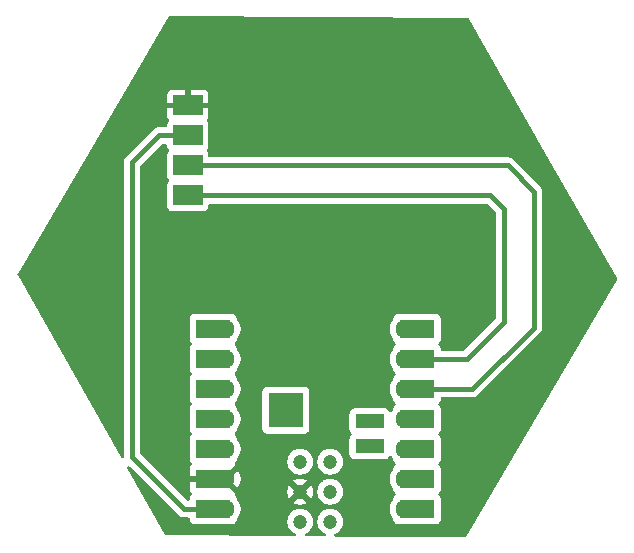
<source format=gbr>
%TF.GenerationSoftware,KiCad,Pcbnew,9.0.0*%
%TF.CreationDate,2025-03-16T14:06:53+01:00*%
%TF.ProjectId,LCD_Display_board,4c43445f-4469-4737-906c-61795f626f61,rev?*%
%TF.SameCoordinates,Original*%
%TF.FileFunction,Copper,L1,Top*%
%TF.FilePolarity,Positive*%
%FSLAX46Y46*%
G04 Gerber Fmt 4.6, Leading zero omitted, Abs format (unit mm)*
G04 Created by KiCad (PCBNEW 9.0.0) date 2025-03-16 14:06:53*
%MOMM*%
%LPD*%
G01*
G04 APERTURE LIST*
%TA.AperFunction,ComponentPad*%
%ADD10C,1.600000*%
%TD*%
%TA.AperFunction,SMDPad,CuDef*%
%ADD11R,3.000000X1.600000*%
%TD*%
%TA.AperFunction,SMDPad,CuDef*%
%ADD12R,2.400000X1.200000*%
%TD*%
%TA.AperFunction,SMDPad,CuDef*%
%ADD13C,1.200000*%
%TD*%
%TA.AperFunction,SMDPad,CuDef*%
%ADD14R,3.000000X3.000000*%
%TD*%
%TA.AperFunction,SMDPad,CuDef*%
%ADD15R,2.500000X1.700000*%
%TD*%
%TA.AperFunction,Conductor*%
%ADD16C,0.400000*%
%TD*%
G04 APERTURE END LIST*
D10*
%TO.P,M1,1,D0*%
%TO.N,unconnected-(M1-D0-Pad1)*%
X153615000Y-130370000D03*
D11*
%TO.N,unconnected-(M1-D0-Pad1)_1*%
X154615000Y-130370000D03*
D10*
%TO.P,M1,2,D1*%
%TO.N,unconnected-(M1-D1-Pad2)*%
X153615000Y-127830000D03*
D11*
%TO.N,unconnected-(M1-D1-Pad2)_1*%
X154615000Y-127830000D03*
D10*
%TO.P,M1,3,D2*%
%TO.N,unconnected-(M1-D2-Pad3)*%
X153615000Y-125290000D03*
D11*
%TO.N,unconnected-(M1-D2-Pad3)_1*%
X154615000Y-125290000D03*
D10*
%TO.P,M1,4,D3*%
%TO.N,unconnected-(M1-D3-Pad4)_1*%
X153615000Y-122750000D03*
D11*
%TO.N,unconnected-(M1-D3-Pad4)*%
X154615000Y-122750000D03*
D10*
%TO.P,M1,5,D4*%
%TO.N,/D4*%
X153615000Y-120210000D03*
D11*
X154615000Y-120210000D03*
D10*
%TO.P,M1,6,D5*%
%TO.N,/D5*%
X153615000Y-117670000D03*
D11*
X154615000Y-117670000D03*
D10*
%TO.P,M1,7,D6*%
%TO.N,unconnected-(M1-D6-Pad7)_1*%
X153615000Y-115130000D03*
D11*
%TO.N,unconnected-(M1-D6-Pad7)*%
X154615000Y-115130000D03*
D10*
%TO.P,M1,8,D7*%
%TO.N,unconnected-(M1-D7-Pad8)_1*%
X138380000Y-115130000D03*
D11*
%TO.N,unconnected-(M1-D7-Pad8)*%
X137380000Y-115130000D03*
D10*
%TO.P,M1,9,D8*%
%TO.N,unconnected-(M1-D8-Pad9)*%
X138380000Y-117670000D03*
D11*
%TO.N,unconnected-(M1-D8-Pad9)_1*%
X137380000Y-117670000D03*
D10*
%TO.P,M1,10,D9*%
%TO.N,unconnected-(M1-D9-Pad10)*%
X138380000Y-120210000D03*
D11*
%TO.N,unconnected-(M1-D9-Pad10)_1*%
X137380000Y-120210000D03*
D10*
%TO.P,M1,11,D10*%
%TO.N,unconnected-(M1-D10-Pad11)*%
X138380000Y-122750000D03*
D11*
%TO.N,unconnected-(M1-D10-Pad11)_1*%
X137380000Y-122750000D03*
D10*
%TO.P,M1,12,3V3*%
%TO.N,unconnected-(M1-3V3-Pad12)*%
X138380000Y-125290000D03*
D11*
%TO.N,unconnected-(M1-3V3-Pad12)_1*%
X137380000Y-125290000D03*
D10*
%TO.P,M1,13,GND*%
%TO.N,GND*%
X138380000Y-127830000D03*
D11*
X137380000Y-127830000D03*
D10*
%TO.P,M1,14,5V*%
%TO.N,+5V*%
X138380000Y-130370000D03*
D11*
X137380000Y-130370000D03*
D12*
%TO.P,M1,15,BAT_GND*%
%TO.N,unconnected-(M1-BAT_GND-Pad15)*%
X150600000Y-125050000D03*
%TO.P,M1,16,BAT_VIN*%
%TO.N,unconnected-(M1-BAT_VIN-Pad16)*%
X150600000Y-122950000D03*
D13*
%TO.P,M1,17,MTDI*%
%TO.N,unconnected-(M1-MTDI-Pad17)*%
X147270000Y-131430000D03*
%TO.P,M1,18,EN*%
%TO.N,unconnected-(M1-EN-Pad18)*%
X147270000Y-128890000D03*
%TO.P,M1,19,MTMS*%
%TO.N,unconnected-(M1-MTMS-Pad19)*%
X147270000Y-126350000D03*
%TO.P,M1,20,MTCK*%
%TO.N,unconnected-(M1-MTCK-Pad20)*%
X144730000Y-126350000D03*
%TO.P,M1,21,GND*%
%TO.N,GND*%
X144730000Y-128890000D03*
%TO.P,M1,22,MTDO*%
%TO.N,unconnected-(M1-MTDO-Pad22)*%
X144730000Y-131430000D03*
D14*
%TO.P,M1,23,THERMAL*%
%TO.N,unconnected-(M1-THERMAL-Pad23)*%
X143500000Y-122000000D03*
%TD*%
D15*
%TO.P,J1,1,Pin_1*%
%TO.N,GND*%
X135200000Y-96200000D03*
%TO.P,J1,2,Pin_2*%
%TO.N,+5V*%
X135200000Y-98740000D03*
%TO.P,J1,3,Pin_3*%
%TO.N,/D4*%
X135200000Y-101280000D03*
%TO.P,J1,4,Pin_4*%
%TO.N,/D5*%
X135200000Y-103820000D03*
%TD*%
D16*
%TO.N,/D5*%
X135200000Y-103820000D02*
X160820000Y-103820000D01*
X162000000Y-114500000D02*
X158830000Y-117670000D01*
X158830000Y-117670000D02*
X153615000Y-117670000D01*
X162000000Y-114500000D02*
X162000000Y-105000000D01*
X162000000Y-105000000D02*
X160820000Y-103820000D01*
%TO.N,/D4*%
X164500000Y-115000000D02*
X159290000Y-120210000D01*
X159290000Y-120210000D02*
X153615000Y-120210000D01*
X164500000Y-103500000D02*
X164500000Y-115000000D01*
X162280000Y-101280000D02*
X164500000Y-103500000D01*
X135200000Y-101280000D02*
X162280000Y-101280000D01*
%TO.N,+5V*%
X134870000Y-130370000D02*
X130500000Y-126000000D01*
X130500000Y-101000000D02*
X132760000Y-98740000D01*
X130500000Y-126000000D02*
X130500000Y-101000000D01*
X132760000Y-98740000D02*
X135200000Y-98740000D01*
X138380000Y-130370000D02*
X134870000Y-130370000D01*
%TD*%
%TA.AperFunction,Conductor*%
%TO.N,GND*%
G36*
X158952126Y-88790552D02*
G01*
X159019016Y-88810728D01*
X159059050Y-88853336D01*
X165492549Y-100187669D01*
X171524469Y-110814514D01*
X171540443Y-110882533D01*
X171523560Y-110938511D01*
X158737332Y-132714470D01*
X158686412Y-132762313D01*
X158629492Y-132775681D01*
X147718016Y-132695646D01*
X147651123Y-132675470D01*
X147605757Y-132622332D01*
X147596321Y-132553102D01*
X147625811Y-132489761D01*
X147680608Y-132453718D01*
X147692445Y-132449873D01*
X147846788Y-132371232D01*
X147986928Y-132269414D01*
X148109414Y-132146928D01*
X148211232Y-132006788D01*
X148289873Y-131852445D01*
X148343402Y-131687701D01*
X148370500Y-131516611D01*
X148370500Y-131343389D01*
X148343402Y-131172299D01*
X148289873Y-131007555D01*
X148211232Y-130853212D01*
X148109414Y-130713072D01*
X147986928Y-130590586D01*
X147846788Y-130488768D01*
X147692445Y-130410127D01*
X147527701Y-130356598D01*
X147527699Y-130356597D01*
X147527698Y-130356597D01*
X147396271Y-130335781D01*
X147356611Y-130329500D01*
X147183389Y-130329500D01*
X147143728Y-130335781D01*
X147012302Y-130356597D01*
X146847552Y-130410128D01*
X146693211Y-130488768D01*
X146613256Y-130546859D01*
X146553072Y-130590586D01*
X146553070Y-130590588D01*
X146553069Y-130590588D01*
X146430588Y-130713069D01*
X146430588Y-130713070D01*
X146430586Y-130713072D01*
X146386859Y-130773256D01*
X146328768Y-130853211D01*
X146250128Y-131007552D01*
X146196597Y-131172302D01*
X146169500Y-131343389D01*
X146169500Y-131516610D01*
X146193873Y-131670500D01*
X146196598Y-131687701D01*
X146250127Y-131852445D01*
X146328768Y-132006788D01*
X146430586Y-132146928D01*
X146553072Y-132269414D01*
X146693212Y-132371232D01*
X146819389Y-132435522D01*
X146847553Y-132449872D01*
X146848707Y-132450350D01*
X146849078Y-132450649D01*
X146851896Y-132452085D01*
X146851594Y-132452676D01*
X146903117Y-132494183D01*
X146925192Y-132560473D01*
X146907923Y-132628175D01*
X146856793Y-132675794D01*
X146800362Y-132688915D01*
X145221606Y-132677335D01*
X145154713Y-132657159D01*
X145109347Y-132604021D01*
X145099911Y-132534791D01*
X145129401Y-132471450D01*
X145166220Y-132442853D01*
X145306788Y-132371232D01*
X145446928Y-132269414D01*
X145569414Y-132146928D01*
X145671232Y-132006788D01*
X145749873Y-131852445D01*
X145803402Y-131687701D01*
X145830500Y-131516611D01*
X145830500Y-131343389D01*
X145803402Y-131172299D01*
X145749873Y-131007555D01*
X145671232Y-130853212D01*
X145569414Y-130713072D01*
X145446928Y-130590586D01*
X145306788Y-130488768D01*
X145152445Y-130410127D01*
X144987701Y-130356598D01*
X144987699Y-130356597D01*
X144987698Y-130356597D01*
X144856271Y-130335781D01*
X144816611Y-130329500D01*
X144643389Y-130329500D01*
X144603728Y-130335781D01*
X144472302Y-130356597D01*
X144307552Y-130410128D01*
X144153211Y-130488768D01*
X144073256Y-130546859D01*
X144013072Y-130590586D01*
X144013070Y-130590588D01*
X144013069Y-130590588D01*
X143890588Y-130713069D01*
X143890588Y-130713070D01*
X143890586Y-130713072D01*
X143846859Y-130773256D01*
X143788768Y-130853211D01*
X143710128Y-131007552D01*
X143656597Y-131172302D01*
X143629500Y-131343389D01*
X143629500Y-131516610D01*
X143653873Y-131670500D01*
X143656598Y-131687701D01*
X143710127Y-131852445D01*
X143788768Y-132006788D01*
X143890586Y-132146928D01*
X144013072Y-132269414D01*
X144118177Y-132345777D01*
X144153213Y-132371233D01*
X144279389Y-132435522D01*
X144330186Y-132483496D01*
X144346981Y-132551317D01*
X144324444Y-132617452D01*
X144269729Y-132660904D01*
X144222185Y-132670004D01*
X133377845Y-132590462D01*
X133310952Y-132570286D01*
X133270918Y-132527678D01*
X130091878Y-126926948D01*
X130075905Y-126858930D01*
X130099241Y-126793072D01*
X130154477Y-126750285D01*
X130224078Y-126744154D01*
X130285944Y-126776625D01*
X130287399Y-126778057D01*
X134423454Y-130914112D01*
X134538190Y-130990776D01*
X134636790Y-131031617D01*
X134665671Y-131043580D01*
X134665672Y-131043580D01*
X134665677Y-131043582D01*
X134692545Y-131048925D01*
X134692551Y-131048926D01*
X134692591Y-131048934D01*
X134782937Y-131066905D01*
X134801006Y-131070500D01*
X134801007Y-131070500D01*
X135255501Y-131070500D01*
X135322540Y-131090185D01*
X135368295Y-131142989D01*
X135379501Y-131194500D01*
X135379501Y-131217876D01*
X135385908Y-131277483D01*
X135436202Y-131412328D01*
X135436206Y-131412335D01*
X135522452Y-131527544D01*
X135522455Y-131527547D01*
X135637664Y-131613793D01*
X135637671Y-131613797D01*
X135772517Y-131664091D01*
X135772516Y-131664091D01*
X135779444Y-131664835D01*
X135832127Y-131670500D01*
X138277643Y-131670499D01*
X138277648Y-131670500D01*
X138482352Y-131670500D01*
X138482357Y-131670499D01*
X138927872Y-131670499D01*
X138987483Y-131664091D01*
X139122331Y-131613796D01*
X139237546Y-131527546D01*
X139323796Y-131412331D01*
X139374091Y-131277483D01*
X139378530Y-131236191D01*
X139401499Y-131176567D01*
X139492287Y-131051610D01*
X139585220Y-130869219D01*
X139648477Y-130674534D01*
X139680500Y-130472352D01*
X139680500Y-130267648D01*
X139648477Y-130065466D01*
X139585220Y-129870781D01*
X139585217Y-129870777D01*
X139585217Y-129870774D01*
X139567155Y-129835326D01*
X139567154Y-129835325D01*
X139564849Y-129830801D01*
X139562550Y-129826289D01*
X144147261Y-129826289D01*
X144147262Y-129826290D01*
X144153471Y-129830801D01*
X144307742Y-129909408D01*
X144472415Y-129962914D01*
X144643429Y-129990000D01*
X144816571Y-129990000D01*
X144987584Y-129962914D01*
X145152257Y-129909408D01*
X145306525Y-129830803D01*
X145312736Y-129826289D01*
X145312737Y-129826289D01*
X144730001Y-129243553D01*
X144730000Y-129243553D01*
X144147261Y-129826289D01*
X139562550Y-129826289D01*
X139492287Y-129688390D01*
X139401499Y-129563429D01*
X139378528Y-129503797D01*
X139375189Y-129472736D01*
X139374091Y-129462517D01*
X139323796Y-129327669D01*
X139323795Y-129327668D01*
X139323793Y-129327664D01*
X139237547Y-129212455D01*
X139237546Y-129212454D01*
X139219512Y-129198954D01*
X139177640Y-129143021D01*
X139172656Y-129073329D01*
X139206141Y-129012006D01*
X139206445Y-129011741D01*
X139206562Y-129010115D01*
X138999875Y-128803428D01*
X143630000Y-128803428D01*
X143630000Y-128976571D01*
X143657085Y-129147584D01*
X143710592Y-129312259D01*
X143789196Y-129466525D01*
X143793709Y-129472736D01*
X143793709Y-129472737D01*
X144376446Y-128890001D01*
X144376446Y-128889999D01*
X145083553Y-128889999D01*
X145083553Y-128890001D01*
X145666289Y-129472737D01*
X145666289Y-129472736D01*
X145670803Y-129466525D01*
X145749408Y-129312257D01*
X145802914Y-129147584D01*
X145830000Y-128976571D01*
X145830000Y-128803428D01*
X145829994Y-128803389D01*
X146169500Y-128803389D01*
X146169500Y-128976610D01*
X146195856Y-129143021D01*
X146196598Y-129147701D01*
X146250127Y-129312445D01*
X146328768Y-129466788D01*
X146430586Y-129606928D01*
X146553072Y-129729414D01*
X146693212Y-129831232D01*
X146847555Y-129909873D01*
X147012299Y-129963402D01*
X147183389Y-129990500D01*
X147183390Y-129990500D01*
X147356610Y-129990500D01*
X147356611Y-129990500D01*
X147527701Y-129963402D01*
X147692445Y-129909873D01*
X147846788Y-129831232D01*
X147986928Y-129729414D01*
X148109414Y-129606928D01*
X148211232Y-129466788D01*
X148289873Y-129312445D01*
X148343402Y-129147701D01*
X148370500Y-128976611D01*
X148370500Y-128803389D01*
X148343402Y-128632299D01*
X148289873Y-128467555D01*
X148211232Y-128313212D01*
X148109414Y-128173072D01*
X147986928Y-128050586D01*
X147846788Y-127948768D01*
X147692445Y-127870127D01*
X147527701Y-127816598D01*
X147527699Y-127816597D01*
X147527698Y-127816597D01*
X147396271Y-127795781D01*
X147356611Y-127789500D01*
X147183389Y-127789500D01*
X147143728Y-127795781D01*
X147012302Y-127816597D01*
X146847552Y-127870128D01*
X146693211Y-127948768D01*
X146644177Y-127984394D01*
X146553072Y-128050586D01*
X146553070Y-128050588D01*
X146553069Y-128050588D01*
X146430588Y-128173069D01*
X146430588Y-128173070D01*
X146430586Y-128173072D01*
X146409030Y-128202741D01*
X146328768Y-128313211D01*
X146250128Y-128467552D01*
X146196597Y-128632302D01*
X146169500Y-128803389D01*
X145829994Y-128803389D01*
X145802914Y-128632415D01*
X145749408Y-128467742D01*
X145670801Y-128313471D01*
X145666290Y-128307262D01*
X145666289Y-128307261D01*
X145083553Y-128889999D01*
X144376446Y-128889999D01*
X143793709Y-128307261D01*
X143793708Y-128307261D01*
X143789203Y-128313463D01*
X143789193Y-128313480D01*
X143710592Y-128467740D01*
X143657085Y-128632415D01*
X143630000Y-128803428D01*
X138999875Y-128803428D01*
X138426447Y-128230000D01*
X138432661Y-128230000D01*
X138534394Y-128202741D01*
X138625606Y-128150080D01*
X138700080Y-128075606D01*
X138752741Y-127984394D01*
X138780000Y-127882661D01*
X138780000Y-127876447D01*
X139459474Y-128555921D01*
X139491859Y-128511349D01*
X139584755Y-128329031D01*
X139647990Y-128134417D01*
X139672199Y-127981568D01*
X139672199Y-127981567D01*
X139676612Y-127953708D01*
X144147261Y-127953708D01*
X144147261Y-127953709D01*
X144730000Y-128536446D01*
X144730001Y-128536446D01*
X145312737Y-127953709D01*
X145306525Y-127949196D01*
X145152259Y-127870592D01*
X144987584Y-127817085D01*
X144816571Y-127790000D01*
X144643429Y-127790000D01*
X144472415Y-127817085D01*
X144307740Y-127870592D01*
X144153480Y-127949193D01*
X144153463Y-127949203D01*
X144147261Y-127953708D01*
X139676612Y-127953708D01*
X139680000Y-127932316D01*
X139680000Y-127727682D01*
X139647990Y-127525582D01*
X139584755Y-127330968D01*
X139491859Y-127148650D01*
X139459474Y-127104077D01*
X139459474Y-127104076D01*
X138780000Y-127783551D01*
X138780000Y-127777339D01*
X138752741Y-127675606D01*
X138700080Y-127584394D01*
X138625606Y-127509920D01*
X138534394Y-127457259D01*
X138432661Y-127430000D01*
X138426446Y-127430000D01*
X139206562Y-126649884D01*
X139205961Y-126641475D01*
X139177641Y-126603643D01*
X139172657Y-126533951D01*
X139206143Y-126472629D01*
X139219496Y-126461057D01*
X139237546Y-126447546D01*
X139323796Y-126332331D01*
X139349510Y-126263389D01*
X143629500Y-126263389D01*
X143629500Y-126436610D01*
X143653873Y-126590500D01*
X143656598Y-126607701D01*
X143710127Y-126772445D01*
X143788768Y-126926788D01*
X143890586Y-127066928D01*
X144013072Y-127189414D01*
X144153212Y-127291232D01*
X144307555Y-127369873D01*
X144472299Y-127423402D01*
X144643389Y-127450500D01*
X144643390Y-127450500D01*
X144816610Y-127450500D01*
X144816611Y-127450500D01*
X144987701Y-127423402D01*
X145152445Y-127369873D01*
X145306788Y-127291232D01*
X145446928Y-127189414D01*
X145569414Y-127066928D01*
X145671232Y-126926788D01*
X145749873Y-126772445D01*
X145803402Y-126607701D01*
X145830500Y-126436611D01*
X145830500Y-126263389D01*
X146169500Y-126263389D01*
X146169500Y-126436610D01*
X146193873Y-126590500D01*
X146196598Y-126607701D01*
X146250127Y-126772445D01*
X146328768Y-126926788D01*
X146430586Y-127066928D01*
X146553072Y-127189414D01*
X146693212Y-127291232D01*
X146847555Y-127369873D01*
X147012299Y-127423402D01*
X147183389Y-127450500D01*
X147183390Y-127450500D01*
X147356610Y-127450500D01*
X147356611Y-127450500D01*
X147527701Y-127423402D01*
X147692445Y-127369873D01*
X147846788Y-127291232D01*
X147986928Y-127189414D01*
X148109414Y-127066928D01*
X148211232Y-126926788D01*
X148289873Y-126772445D01*
X148343402Y-126607701D01*
X148370500Y-126436611D01*
X148370500Y-126263389D01*
X148343402Y-126092299D01*
X148289873Y-125927555D01*
X148211232Y-125773212D01*
X148109414Y-125633072D01*
X147986928Y-125510586D01*
X147846788Y-125408768D01*
X147692445Y-125330127D01*
X147527701Y-125276598D01*
X147527699Y-125276597D01*
X147527698Y-125276597D01*
X147396271Y-125255781D01*
X147356611Y-125249500D01*
X147183389Y-125249500D01*
X147143728Y-125255781D01*
X147012302Y-125276597D01*
X146847552Y-125330128D01*
X146693211Y-125408768D01*
X146613256Y-125466859D01*
X146553072Y-125510586D01*
X146553070Y-125510588D01*
X146553069Y-125510588D01*
X146430588Y-125633069D01*
X146430588Y-125633070D01*
X146430586Y-125633072D01*
X146392975Y-125684839D01*
X146328768Y-125773211D01*
X146250128Y-125927552D01*
X146196597Y-126092302D01*
X146169500Y-126263389D01*
X145830500Y-126263389D01*
X145803402Y-126092299D01*
X145749873Y-125927555D01*
X145671232Y-125773212D01*
X145569414Y-125633072D01*
X145446928Y-125510586D01*
X145306788Y-125408768D01*
X145152445Y-125330127D01*
X144987701Y-125276598D01*
X144987699Y-125276597D01*
X144987698Y-125276597D01*
X144856271Y-125255781D01*
X144816611Y-125249500D01*
X144643389Y-125249500D01*
X144603728Y-125255781D01*
X144472302Y-125276597D01*
X144307552Y-125330128D01*
X144153211Y-125408768D01*
X144073256Y-125466859D01*
X144013072Y-125510586D01*
X144013070Y-125510588D01*
X144013069Y-125510588D01*
X143890588Y-125633069D01*
X143890588Y-125633070D01*
X143890586Y-125633072D01*
X143852975Y-125684839D01*
X143788768Y-125773211D01*
X143710128Y-125927552D01*
X143656597Y-126092302D01*
X143629500Y-126263389D01*
X139349510Y-126263389D01*
X139374091Y-126197483D01*
X139379153Y-126150399D01*
X139380316Y-126144693D01*
X139390043Y-126126305D01*
X139401499Y-126096567D01*
X139492287Y-125971610D01*
X139585220Y-125789219D01*
X139648477Y-125594534D01*
X139680500Y-125392352D01*
X139680500Y-125187648D01*
X139648477Y-124985466D01*
X139585220Y-124790781D01*
X139585218Y-124790778D01*
X139585218Y-124790776D01*
X139537077Y-124696296D01*
X139492287Y-124608390D01*
X139401499Y-124483429D01*
X139378528Y-124423797D01*
X139376198Y-124402123D01*
X139374091Y-124382517D01*
X139323796Y-124247669D01*
X139323795Y-124247668D01*
X139323793Y-124247664D01*
X139237547Y-124132455D01*
X139237546Y-124132454D01*
X139219930Y-124119267D01*
X139178058Y-124063334D01*
X139173074Y-123993642D01*
X139206558Y-123932319D01*
X139219930Y-123920733D01*
X139237546Y-123907546D01*
X139323796Y-123792331D01*
X139374091Y-123657483D01*
X139378530Y-123616191D01*
X139401499Y-123556567D01*
X139492287Y-123431610D01*
X139585220Y-123249219D01*
X139648477Y-123054534D01*
X139680500Y-122852352D01*
X139680500Y-122647648D01*
X139648477Y-122445466D01*
X139585220Y-122250781D01*
X139585218Y-122250778D01*
X139585218Y-122250776D01*
X139515550Y-122114047D01*
X139492287Y-122068390D01*
X139401499Y-121943429D01*
X139378528Y-121883797D01*
X139374091Y-121842516D01*
X139323797Y-121707671D01*
X139323793Y-121707664D01*
X139237547Y-121592455D01*
X139237546Y-121592454D01*
X139219930Y-121579267D01*
X139178058Y-121523334D01*
X139173074Y-121453642D01*
X139206558Y-121392319D01*
X139219930Y-121380733D01*
X139237546Y-121367546D01*
X139323796Y-121252331D01*
X139374091Y-121117483D01*
X139378530Y-121076191D01*
X139401499Y-121016567D01*
X139492287Y-120891610D01*
X139585220Y-120709219D01*
X139648477Y-120514534D01*
X139658360Y-120452135D01*
X141499500Y-120452135D01*
X141499500Y-123547870D01*
X141499501Y-123547876D01*
X141505908Y-123607483D01*
X141556202Y-123742328D01*
X141556206Y-123742335D01*
X141642452Y-123857544D01*
X141642455Y-123857547D01*
X141757664Y-123943793D01*
X141757671Y-123943797D01*
X141892517Y-123994091D01*
X141892516Y-123994091D01*
X141899444Y-123994835D01*
X141952127Y-124000500D01*
X145047872Y-124000499D01*
X145107483Y-123994091D01*
X145242331Y-123943796D01*
X145357546Y-123857546D01*
X145443796Y-123742331D01*
X145494091Y-123607483D01*
X145500500Y-123547873D01*
X145500499Y-120452128D01*
X145494091Y-120392517D01*
X145464191Y-120312352D01*
X145443797Y-120257671D01*
X145443793Y-120257664D01*
X145357547Y-120142455D01*
X145357544Y-120142452D01*
X145242335Y-120056206D01*
X145242328Y-120056202D01*
X145107482Y-120005908D01*
X145107483Y-120005908D01*
X145047883Y-119999501D01*
X145047881Y-119999500D01*
X145047873Y-119999500D01*
X145047864Y-119999500D01*
X141952129Y-119999500D01*
X141952123Y-119999501D01*
X141892516Y-120005908D01*
X141757671Y-120056202D01*
X141757664Y-120056206D01*
X141642455Y-120142452D01*
X141642452Y-120142455D01*
X141556206Y-120257664D01*
X141556202Y-120257671D01*
X141505908Y-120392517D01*
X141499501Y-120452116D01*
X141499501Y-120452123D01*
X141499500Y-120452135D01*
X139658360Y-120452135D01*
X139658361Y-120452128D01*
X139661960Y-120429408D01*
X139680500Y-120312351D01*
X139680500Y-120107648D01*
X139648477Y-119905465D01*
X139585218Y-119710776D01*
X139537077Y-119616296D01*
X139492287Y-119528390D01*
X139401499Y-119403429D01*
X139378528Y-119343797D01*
X139374091Y-119302516D01*
X139323797Y-119167671D01*
X139323793Y-119167664D01*
X139237547Y-119052455D01*
X139237546Y-119052454D01*
X139219930Y-119039267D01*
X139178058Y-118983334D01*
X139173074Y-118913642D01*
X139206558Y-118852319D01*
X139219930Y-118840733D01*
X139237546Y-118827546D01*
X139323796Y-118712331D01*
X139374091Y-118577483D01*
X139378530Y-118536191D01*
X139401499Y-118476567D01*
X139492287Y-118351610D01*
X139585220Y-118169219D01*
X139648477Y-117974534D01*
X139680500Y-117772352D01*
X139680500Y-117567648D01*
X139648477Y-117365466D01*
X139585220Y-117170781D01*
X139585218Y-117170778D01*
X139585218Y-117170776D01*
X139537077Y-117076296D01*
X139492287Y-116988390D01*
X139401499Y-116863429D01*
X139378528Y-116803797D01*
X139374091Y-116762516D01*
X139323797Y-116627671D01*
X139323793Y-116627664D01*
X139237547Y-116512455D01*
X139237546Y-116512454D01*
X139219930Y-116499267D01*
X139178058Y-116443334D01*
X139173074Y-116373642D01*
X139206558Y-116312319D01*
X139219930Y-116300733D01*
X139237546Y-116287546D01*
X139323796Y-116172331D01*
X139374091Y-116037483D01*
X139378530Y-115996191D01*
X139401499Y-115936567D01*
X139492287Y-115811610D01*
X139585220Y-115629219D01*
X139648477Y-115434534D01*
X139680500Y-115232352D01*
X139680500Y-115027648D01*
X139648477Y-114825466D01*
X139585220Y-114630781D01*
X139585218Y-114630778D01*
X139585218Y-114630776D01*
X139537077Y-114536296D01*
X139492287Y-114448390D01*
X139401499Y-114323429D01*
X139378528Y-114263797D01*
X139374091Y-114222516D01*
X139323797Y-114087671D01*
X139323793Y-114087664D01*
X139237547Y-113972455D01*
X139237544Y-113972452D01*
X139122335Y-113886206D01*
X139122328Y-113886202D01*
X138987482Y-113835908D01*
X138987483Y-113835908D01*
X138927883Y-113829501D01*
X138927881Y-113829500D01*
X138927873Y-113829500D01*
X138482352Y-113829500D01*
X138277648Y-113829500D01*
X138277646Y-113829500D01*
X135832129Y-113829500D01*
X135832123Y-113829501D01*
X135772516Y-113835908D01*
X135637671Y-113886202D01*
X135637664Y-113886206D01*
X135522455Y-113972452D01*
X135522452Y-113972455D01*
X135436206Y-114087664D01*
X135436202Y-114087671D01*
X135385908Y-114222517D01*
X135381470Y-114263802D01*
X135379501Y-114282123D01*
X135379500Y-114282135D01*
X135379500Y-115977870D01*
X135379501Y-115977876D01*
X135385908Y-116037483D01*
X135436202Y-116172328D01*
X135436206Y-116172335D01*
X135522452Y-116287544D01*
X135522453Y-116287544D01*
X135522454Y-116287546D01*
X135540070Y-116300733D01*
X135540071Y-116300734D01*
X135581941Y-116356668D01*
X135586925Y-116426360D01*
X135553439Y-116487683D01*
X135540071Y-116499266D01*
X135522452Y-116512455D01*
X135436206Y-116627664D01*
X135436202Y-116627671D01*
X135385908Y-116762517D01*
X135381470Y-116803802D01*
X135379501Y-116822123D01*
X135379500Y-116822135D01*
X135379500Y-118517870D01*
X135379501Y-118517876D01*
X135385908Y-118577483D01*
X135436202Y-118712328D01*
X135436206Y-118712335D01*
X135522452Y-118827544D01*
X135522453Y-118827544D01*
X135522454Y-118827546D01*
X135540070Y-118840733D01*
X135540071Y-118840734D01*
X135581941Y-118896668D01*
X135586925Y-118966360D01*
X135553439Y-119027683D01*
X135540071Y-119039266D01*
X135522452Y-119052455D01*
X135436206Y-119167664D01*
X135436202Y-119167671D01*
X135385908Y-119302517D01*
X135381470Y-119343802D01*
X135379501Y-119362123D01*
X135379500Y-119362135D01*
X135379500Y-121057870D01*
X135379501Y-121057876D01*
X135385908Y-121117483D01*
X135436202Y-121252328D01*
X135436206Y-121252335D01*
X135522452Y-121367544D01*
X135522453Y-121367544D01*
X135522454Y-121367546D01*
X135540070Y-121380733D01*
X135540071Y-121380734D01*
X135581941Y-121436668D01*
X135586925Y-121506360D01*
X135553439Y-121567683D01*
X135540071Y-121579266D01*
X135522452Y-121592455D01*
X135436206Y-121707664D01*
X135436202Y-121707671D01*
X135385908Y-121842517D01*
X135381470Y-121883802D01*
X135379501Y-121902123D01*
X135379500Y-121902135D01*
X135379500Y-123597870D01*
X135379501Y-123597876D01*
X135385908Y-123657483D01*
X135436202Y-123792328D01*
X135436206Y-123792335D01*
X135522452Y-123907544D01*
X135522453Y-123907544D01*
X135522454Y-123907546D01*
X135528830Y-123912319D01*
X135540071Y-123920734D01*
X135581941Y-123976668D01*
X135586925Y-124046360D01*
X135553439Y-124107683D01*
X135540071Y-124119266D01*
X135522452Y-124132455D01*
X135436206Y-124247664D01*
X135436202Y-124247671D01*
X135385908Y-124382517D01*
X135381470Y-124423802D01*
X135379501Y-124442123D01*
X135379500Y-124442135D01*
X135379500Y-126137870D01*
X135379501Y-126137876D01*
X135385908Y-126197483D01*
X135436202Y-126332328D01*
X135436206Y-126332335D01*
X135522452Y-126447544D01*
X135522455Y-126447547D01*
X135540487Y-126461046D01*
X135582358Y-126516980D01*
X135587342Y-126586671D01*
X135553856Y-126647994D01*
X135540488Y-126659578D01*
X135522809Y-126672812D01*
X135436649Y-126787906D01*
X135436645Y-126787913D01*
X135386403Y-126922620D01*
X135386401Y-126922627D01*
X135380000Y-126982155D01*
X135380000Y-127580000D01*
X137256000Y-127580000D01*
X137323039Y-127599685D01*
X137368794Y-127652489D01*
X137380000Y-127704000D01*
X137380000Y-127956000D01*
X137360315Y-128023039D01*
X137307511Y-128068794D01*
X137256000Y-128080000D01*
X135380000Y-128080000D01*
X135380000Y-128677844D01*
X135386401Y-128737372D01*
X135386403Y-128737379D01*
X135436645Y-128872086D01*
X135436649Y-128872093D01*
X135522808Y-128987185D01*
X135540486Y-129000419D01*
X135582357Y-129056352D01*
X135587342Y-129126044D01*
X135553858Y-129187367D01*
X135540490Y-129198951D01*
X135522455Y-129212452D01*
X135522452Y-129212455D01*
X135436206Y-129327664D01*
X135436202Y-129327671D01*
X135385908Y-129462517D01*
X135381470Y-129503802D01*
X135379501Y-129522123D01*
X135379500Y-129522135D01*
X135379500Y-129545500D01*
X135376949Y-129554185D01*
X135378238Y-129563147D01*
X135367259Y-129587187D01*
X135359815Y-129612539D01*
X135352974Y-129618466D01*
X135349213Y-129626703D01*
X135326978Y-129640992D01*
X135307011Y-129658294D01*
X135296496Y-129660581D01*
X135290435Y-129664477D01*
X135255500Y-129669500D01*
X135211519Y-129669500D01*
X135144480Y-129649815D01*
X135123838Y-129633181D01*
X131236819Y-125746162D01*
X131203334Y-125684839D01*
X131200500Y-125658481D01*
X131200500Y-101341519D01*
X131220185Y-101274480D01*
X131236819Y-101253838D01*
X133013838Y-99476819D01*
X133040765Y-99462115D01*
X133066584Y-99445523D01*
X133072784Y-99444631D01*
X133075161Y-99443334D01*
X133101519Y-99440500D01*
X133325501Y-99440500D01*
X133392540Y-99460185D01*
X133438295Y-99512989D01*
X133449501Y-99564500D01*
X133449501Y-99637876D01*
X133455908Y-99697483D01*
X133506202Y-99832328D01*
X133506203Y-99832330D01*
X133583578Y-99935689D01*
X133607995Y-100001153D01*
X133593144Y-100069426D01*
X133583578Y-100084311D01*
X133506203Y-100187669D01*
X133506202Y-100187671D01*
X133455908Y-100322517D01*
X133449501Y-100382116D01*
X133449501Y-100382123D01*
X133449500Y-100382135D01*
X133449500Y-102177870D01*
X133449501Y-102177876D01*
X133455908Y-102237483D01*
X133506202Y-102372328D01*
X133506203Y-102372330D01*
X133583578Y-102475689D01*
X133607995Y-102541153D01*
X133593144Y-102609426D01*
X133583578Y-102624311D01*
X133506203Y-102727669D01*
X133506202Y-102727671D01*
X133455908Y-102862517D01*
X133449501Y-102922116D01*
X133449501Y-102922123D01*
X133449500Y-102922135D01*
X133449500Y-104717870D01*
X133449501Y-104717876D01*
X133455908Y-104777483D01*
X133506202Y-104912328D01*
X133506206Y-104912335D01*
X133592452Y-105027544D01*
X133592455Y-105027547D01*
X133707664Y-105113793D01*
X133707671Y-105113797D01*
X133842517Y-105164091D01*
X133842516Y-105164091D01*
X133849444Y-105164835D01*
X133902127Y-105170500D01*
X136497872Y-105170499D01*
X136557483Y-105164091D01*
X136692331Y-105113796D01*
X136807546Y-105027546D01*
X136893796Y-104912331D01*
X136944091Y-104777483D01*
X136950500Y-104717873D01*
X136950500Y-104644500D01*
X136970185Y-104577461D01*
X137022989Y-104531706D01*
X137074500Y-104520500D01*
X160478481Y-104520500D01*
X160545520Y-104540185D01*
X160566162Y-104556819D01*
X161263181Y-105253838D01*
X161296666Y-105315161D01*
X161299500Y-105341519D01*
X161299500Y-114158481D01*
X161279815Y-114225520D01*
X161263181Y-114246162D01*
X158576162Y-116933181D01*
X158514839Y-116966666D01*
X158488481Y-116969500D01*
X156739499Y-116969500D01*
X156672460Y-116949815D01*
X156626705Y-116897011D01*
X156615499Y-116845500D01*
X156615499Y-116822129D01*
X156615498Y-116822123D01*
X156615497Y-116822116D01*
X156609091Y-116762517D01*
X156558796Y-116627669D01*
X156558795Y-116627668D01*
X156558793Y-116627664D01*
X156472547Y-116512455D01*
X156472546Y-116512454D01*
X156454930Y-116499267D01*
X156413058Y-116443334D01*
X156408074Y-116373642D01*
X156441558Y-116312319D01*
X156454930Y-116300733D01*
X156472546Y-116287546D01*
X156558796Y-116172331D01*
X156609091Y-116037483D01*
X156615500Y-115977873D01*
X156615499Y-114282128D01*
X156609091Y-114222517D01*
X156558796Y-114087669D01*
X156558795Y-114087668D01*
X156558793Y-114087664D01*
X156472547Y-113972455D01*
X156472544Y-113972452D01*
X156357335Y-113886206D01*
X156357328Y-113886202D01*
X156222482Y-113835908D01*
X156222483Y-113835908D01*
X156162883Y-113829501D01*
X156162881Y-113829500D01*
X156162873Y-113829500D01*
X153717356Y-113829500D01*
X153717352Y-113829500D01*
X153512648Y-113829500D01*
X153512642Y-113829500D01*
X153067129Y-113829500D01*
X153067123Y-113829501D01*
X153007516Y-113835908D01*
X152872671Y-113886202D01*
X152872664Y-113886206D01*
X152757455Y-113972452D01*
X152757452Y-113972455D01*
X152671206Y-114087664D01*
X152671202Y-114087671D01*
X152620908Y-114222517D01*
X152616470Y-114263802D01*
X152593499Y-114323432D01*
X152502715Y-114448386D01*
X152409781Y-114630776D01*
X152346522Y-114825465D01*
X152314500Y-115027648D01*
X152314500Y-115232351D01*
X152346522Y-115434534D01*
X152409781Y-115629223D01*
X152502712Y-115811608D01*
X152502713Y-115811610D01*
X152593500Y-115936571D01*
X152616471Y-115996201D01*
X152620909Y-116037483D01*
X152671202Y-116172328D01*
X152671206Y-116172335D01*
X152757452Y-116287544D01*
X152757453Y-116287544D01*
X152757454Y-116287546D01*
X152775070Y-116300733D01*
X152775071Y-116300734D01*
X152816941Y-116356668D01*
X152821925Y-116426360D01*
X152788439Y-116487683D01*
X152775071Y-116499266D01*
X152757452Y-116512455D01*
X152671206Y-116627664D01*
X152671202Y-116627671D01*
X152620908Y-116762517D01*
X152616470Y-116803802D01*
X152593499Y-116863432D01*
X152502715Y-116988386D01*
X152409781Y-117170776D01*
X152346522Y-117365465D01*
X152314500Y-117567648D01*
X152314500Y-117772351D01*
X152346522Y-117974534D01*
X152409781Y-118169223D01*
X152502712Y-118351608D01*
X152502713Y-118351610D01*
X152593500Y-118476571D01*
X152616471Y-118536201D01*
X152620909Y-118577483D01*
X152671202Y-118712328D01*
X152671206Y-118712335D01*
X152757452Y-118827544D01*
X152757453Y-118827544D01*
X152757454Y-118827546D01*
X152775070Y-118840733D01*
X152775071Y-118840734D01*
X152816941Y-118896668D01*
X152821925Y-118966360D01*
X152788439Y-119027683D01*
X152775071Y-119039266D01*
X152757452Y-119052455D01*
X152671206Y-119167664D01*
X152671202Y-119167671D01*
X152620908Y-119302517D01*
X152616470Y-119343802D01*
X152593499Y-119403432D01*
X152502715Y-119528386D01*
X152409781Y-119710776D01*
X152346522Y-119905465D01*
X152314500Y-120107648D01*
X152314500Y-120312351D01*
X152346522Y-120514534D01*
X152409781Y-120709223D01*
X152502712Y-120891608D01*
X152502713Y-120891610D01*
X152593500Y-121016571D01*
X152616471Y-121076201D01*
X152620909Y-121117483D01*
X152671202Y-121252328D01*
X152671206Y-121252335D01*
X152757452Y-121367544D01*
X152757453Y-121367544D01*
X152757454Y-121367546D01*
X152775070Y-121380733D01*
X152775071Y-121380734D01*
X152816941Y-121436668D01*
X152821925Y-121506360D01*
X152788439Y-121567683D01*
X152775071Y-121579266D01*
X152757452Y-121592455D01*
X152671206Y-121707664D01*
X152671202Y-121707671D01*
X152620908Y-121842517D01*
X152616470Y-121883802D01*
X152611963Y-121896422D01*
X152611887Y-121906394D01*
X152599475Y-121931394D01*
X152596979Y-121938385D01*
X152595301Y-121940951D01*
X152502713Y-122068390D01*
X152469813Y-122132958D01*
X152466156Y-122138555D01*
X152444452Y-122157071D01*
X152424867Y-122177808D01*
X152418215Y-122179455D01*
X152413002Y-122183903D01*
X152384734Y-122187746D01*
X152357046Y-122194603D01*
X152350560Y-122192392D01*
X152343770Y-122193316D01*
X152317911Y-122181266D01*
X152290912Y-122172065D01*
X152286650Y-122166699D01*
X152280438Y-122163804D01*
X152265196Y-122139681D01*
X152247461Y-122117349D01*
X152246175Y-122114047D01*
X152243797Y-122107671D01*
X152243793Y-122107664D01*
X152157547Y-121992455D01*
X152157544Y-121992452D01*
X152042335Y-121906206D01*
X152042328Y-121906202D01*
X151907482Y-121855908D01*
X151907483Y-121855908D01*
X151847883Y-121849501D01*
X151847881Y-121849500D01*
X151847873Y-121849500D01*
X151847864Y-121849500D01*
X149352129Y-121849500D01*
X149352123Y-121849501D01*
X149292516Y-121855908D01*
X149157671Y-121906202D01*
X149157664Y-121906206D01*
X149042455Y-121992452D01*
X149042452Y-121992455D01*
X148956206Y-122107664D01*
X148956202Y-122107671D01*
X148905908Y-122242517D01*
X148899501Y-122302116D01*
X148899500Y-122302135D01*
X148899500Y-123597870D01*
X148899501Y-123597876D01*
X148905908Y-123657483D01*
X148956202Y-123792328D01*
X148956206Y-123792335D01*
X149042452Y-123907544D01*
X149047227Y-123912319D01*
X149080712Y-123973642D01*
X149075728Y-124043334D01*
X149047227Y-124087681D01*
X149042452Y-124092455D01*
X148956206Y-124207664D01*
X148956202Y-124207671D01*
X148905908Y-124342517D01*
X148901608Y-124382516D01*
X148899501Y-124402123D01*
X148899500Y-124402135D01*
X148899500Y-125697870D01*
X148899501Y-125697876D01*
X148905908Y-125757483D01*
X148956202Y-125892328D01*
X148956206Y-125892335D01*
X149042452Y-126007544D01*
X149042455Y-126007547D01*
X149157664Y-126093793D01*
X149157671Y-126093797D01*
X149292517Y-126144091D01*
X149292516Y-126144091D01*
X149298116Y-126144693D01*
X149352127Y-126150500D01*
X151847872Y-126150499D01*
X151907483Y-126144091D01*
X152042331Y-126093796D01*
X152157546Y-126007546D01*
X152243796Y-125892331D01*
X152243800Y-125892319D01*
X152244205Y-125891580D01*
X152244818Y-125890966D01*
X152249112Y-125885231D01*
X152249936Y-125885847D01*
X152293607Y-125842171D01*
X152361879Y-125827314D01*
X152427345Y-125851726D01*
X152463526Y-125894704D01*
X152502706Y-125971598D01*
X152502713Y-125971610D01*
X152593500Y-126096571D01*
X152616471Y-126156201D01*
X152620909Y-126197483D01*
X152671202Y-126332328D01*
X152671206Y-126332335D01*
X152757452Y-126447544D01*
X152757453Y-126447544D01*
X152757454Y-126447546D01*
X152775070Y-126460733D01*
X152775071Y-126460734D01*
X152816941Y-126516668D01*
X152821925Y-126586360D01*
X152788439Y-126647683D01*
X152775071Y-126659266D01*
X152757452Y-126672455D01*
X152671206Y-126787664D01*
X152671202Y-126787671D01*
X152620908Y-126922517D01*
X152616470Y-126963802D01*
X152593499Y-127023432D01*
X152502715Y-127148386D01*
X152409781Y-127330776D01*
X152346522Y-127525465D01*
X152314500Y-127727648D01*
X152314500Y-127932351D01*
X152346522Y-128134534D01*
X152409781Y-128329223D01*
X152502712Y-128511608D01*
X152502713Y-128511610D01*
X152593500Y-128636571D01*
X152616471Y-128696201D01*
X152620909Y-128737483D01*
X152671202Y-128872328D01*
X152671206Y-128872335D01*
X152757452Y-128987544D01*
X152757453Y-128987544D01*
X152757454Y-128987546D01*
X152774650Y-129000419D01*
X152775071Y-129000734D01*
X152816941Y-129056668D01*
X152821925Y-129126360D01*
X152788439Y-129187683D01*
X152775071Y-129199266D01*
X152757452Y-129212455D01*
X152671206Y-129327664D01*
X152671202Y-129327671D01*
X152620908Y-129462517D01*
X152616470Y-129503802D01*
X152593499Y-129563432D01*
X152502715Y-129688386D01*
X152409781Y-129870776D01*
X152346522Y-130065465D01*
X152314500Y-130267648D01*
X152314500Y-130472351D01*
X152346522Y-130674534D01*
X152409781Y-130869223D01*
X152502712Y-131051608D01*
X152502713Y-131051610D01*
X152593500Y-131176571D01*
X152616471Y-131236201D01*
X152620909Y-131277483D01*
X152671202Y-131412328D01*
X152671206Y-131412335D01*
X152757452Y-131527544D01*
X152757455Y-131527547D01*
X152872664Y-131613793D01*
X152872671Y-131613797D01*
X152917618Y-131630561D01*
X153007517Y-131664091D01*
X153067127Y-131670500D01*
X153487980Y-131670499D01*
X153487986Y-131670500D01*
X153512648Y-131670500D01*
X153742015Y-131670500D01*
X153742019Y-131670499D01*
X156162871Y-131670499D01*
X156162872Y-131670499D01*
X156222483Y-131664091D01*
X156357331Y-131613796D01*
X156472546Y-131527546D01*
X156558796Y-131412331D01*
X156609091Y-131277483D01*
X156615500Y-131217873D01*
X156615499Y-129522128D01*
X156609091Y-129462517D01*
X156558796Y-129327669D01*
X156558795Y-129327668D01*
X156558793Y-129327664D01*
X156472547Y-129212455D01*
X156472546Y-129212454D01*
X156454930Y-129199267D01*
X156413058Y-129143334D01*
X156408074Y-129073642D01*
X156441558Y-129012319D01*
X156454930Y-129000733D01*
X156472546Y-128987546D01*
X156558796Y-128872331D01*
X156609091Y-128737483D01*
X156615500Y-128677873D01*
X156615499Y-126982128D01*
X156609091Y-126922517D01*
X156558884Y-126787906D01*
X156558797Y-126787671D01*
X156558793Y-126787664D01*
X156472547Y-126672455D01*
X156472546Y-126672454D01*
X156454929Y-126659266D01*
X156413058Y-126603334D01*
X156408074Y-126533642D01*
X156441558Y-126472319D01*
X156454930Y-126460733D01*
X156472546Y-126447546D01*
X156558796Y-126332331D01*
X156609091Y-126197483D01*
X156615500Y-126137873D01*
X156615499Y-124442128D01*
X156609091Y-124382517D01*
X156558796Y-124247669D01*
X156558795Y-124247668D01*
X156558793Y-124247664D01*
X156472547Y-124132455D01*
X156472546Y-124132454D01*
X156454930Y-124119267D01*
X156413058Y-124063334D01*
X156408074Y-123993642D01*
X156441558Y-123932319D01*
X156454930Y-123920733D01*
X156472546Y-123907546D01*
X156558796Y-123792331D01*
X156609091Y-123657483D01*
X156615500Y-123597873D01*
X156615499Y-121902128D01*
X156609091Y-121842517D01*
X156558796Y-121707669D01*
X156558795Y-121707668D01*
X156558793Y-121707664D01*
X156472547Y-121592455D01*
X156472546Y-121592454D01*
X156454930Y-121579267D01*
X156413058Y-121523334D01*
X156408074Y-121453642D01*
X156441558Y-121392319D01*
X156454930Y-121380733D01*
X156472546Y-121367546D01*
X156558796Y-121252331D01*
X156609091Y-121117483D01*
X156615500Y-121057873D01*
X156615500Y-121034500D01*
X156635185Y-120967461D01*
X156687989Y-120921706D01*
X156739500Y-120910500D01*
X159358996Y-120910500D01*
X159453969Y-120891608D01*
X159494328Y-120883580D01*
X159558069Y-120857177D01*
X159621807Y-120830777D01*
X159621808Y-120830776D01*
X159621811Y-120830775D01*
X159736543Y-120754114D01*
X165044114Y-115446543D01*
X165120775Y-115331811D01*
X165173580Y-115204328D01*
X165200500Y-115068994D01*
X165200500Y-114931006D01*
X165200500Y-103431007D01*
X165200500Y-103431004D01*
X165173581Y-103295677D01*
X165173580Y-103295676D01*
X165173580Y-103295672D01*
X165165385Y-103275887D01*
X165120777Y-103168192D01*
X165044112Y-103053454D01*
X162726545Y-100735887D01*
X162611807Y-100659222D01*
X162484332Y-100606421D01*
X162484322Y-100606418D01*
X162348996Y-100579500D01*
X162348994Y-100579500D01*
X162348993Y-100579500D01*
X137074499Y-100579500D01*
X137007460Y-100559815D01*
X136961705Y-100507011D01*
X136950499Y-100455500D01*
X136950499Y-100382129D01*
X136950498Y-100382123D01*
X136950497Y-100382116D01*
X136944091Y-100322517D01*
X136893796Y-100187669D01*
X136816421Y-100084309D01*
X136792004Y-100018848D01*
X136806855Y-99950575D01*
X136816416Y-99935696D01*
X136893796Y-99832331D01*
X136944091Y-99697483D01*
X136950500Y-99637873D01*
X136950499Y-97842128D01*
X136944091Y-97782517D01*
X136893796Y-97647669D01*
X136816109Y-97543893D01*
X136791692Y-97478430D01*
X136806543Y-97410157D01*
X136816110Y-97395271D01*
X136893352Y-97292089D01*
X136893354Y-97292086D01*
X136943596Y-97157379D01*
X136943598Y-97157372D01*
X136949999Y-97097844D01*
X136950000Y-97097827D01*
X136950000Y-96450000D01*
X133450000Y-96450000D01*
X133450000Y-97097844D01*
X133456401Y-97157372D01*
X133456403Y-97157379D01*
X133506645Y-97292086D01*
X133506646Y-97292088D01*
X133583890Y-97395272D01*
X133608307Y-97460736D01*
X133593456Y-97529009D01*
X133583890Y-97543894D01*
X133506204Y-97647669D01*
X133506202Y-97647671D01*
X133455908Y-97782517D01*
X133449501Y-97842116D01*
X133449501Y-97842123D01*
X133449500Y-97842135D01*
X133449500Y-97915500D01*
X133429815Y-97982539D01*
X133377011Y-98028294D01*
X133325500Y-98039500D01*
X132691004Y-98039500D01*
X132555677Y-98066418D01*
X132555667Y-98066421D01*
X132428192Y-98119222D01*
X132313454Y-98195887D01*
X129955890Y-100553451D01*
X129955884Y-100553458D01*
X129885217Y-100659221D01*
X129885216Y-100659224D01*
X129879221Y-100668194D01*
X129826421Y-100795667D01*
X129826418Y-100795677D01*
X129799500Y-100931004D01*
X129799500Y-125942186D01*
X129779815Y-126009225D01*
X129727011Y-126054980D01*
X129657853Y-126064924D01*
X129594297Y-126035899D01*
X129567661Y-126003397D01*
X120805498Y-110566499D01*
X120789524Y-110498480D01*
X120806406Y-110442504D01*
X129696391Y-95302155D01*
X133450000Y-95302155D01*
X133450000Y-95950000D01*
X134950000Y-95950000D01*
X135450000Y-95950000D01*
X136950000Y-95950000D01*
X136950000Y-95302172D01*
X136949999Y-95302155D01*
X136943598Y-95242627D01*
X136943596Y-95242620D01*
X136893354Y-95107913D01*
X136893350Y-95107906D01*
X136807190Y-94992812D01*
X136807187Y-94992809D01*
X136692093Y-94906649D01*
X136692086Y-94906645D01*
X136557379Y-94856403D01*
X136557372Y-94856401D01*
X136497844Y-94850000D01*
X135450000Y-94850000D01*
X135450000Y-95950000D01*
X134950000Y-95950000D01*
X134950000Y-94850000D01*
X133902155Y-94850000D01*
X133842627Y-94856401D01*
X133842620Y-94856403D01*
X133707913Y-94906645D01*
X133707906Y-94906649D01*
X133592812Y-94992809D01*
X133592809Y-94992812D01*
X133506649Y-95107906D01*
X133506645Y-95107913D01*
X133456403Y-95242620D01*
X133456401Y-95242627D01*
X133450000Y-95302155D01*
X129696391Y-95302155D01*
X133592635Y-88666543D01*
X133643555Y-88618701D01*
X133700474Y-88605333D01*
X158952126Y-88790552D01*
G37*
%TD.AperFunction*%
%TD*%
M02*

</source>
